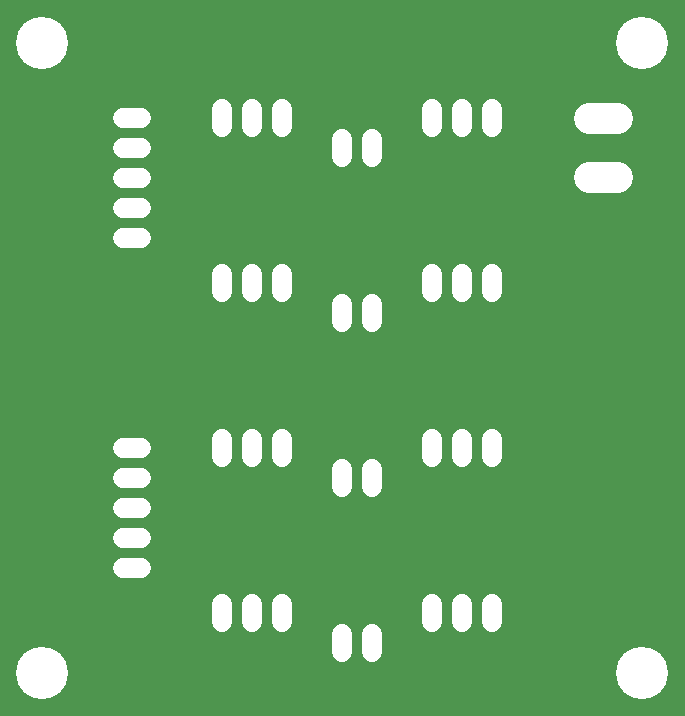
<source format=gbr>
G04 EAGLE Gerber RS-274X export*
G75*
%MOMM*%
%FSLAX34Y34*%
%LPD*%
%INSoldermask Bottom*%
%IPNEG*%
%AMOC8*
5,1,8,0,0,1.08239X$1,22.5*%
G01*
%ADD10C,2.583200*%
%ADD11C,1.727200*%
%ADD12C,4.419200*%


D10*
X587900Y660000D02*
X564100Y660000D01*
X564100Y610000D02*
X587900Y610000D01*
D11*
X355600Y627380D02*
X355600Y642620D01*
X381000Y642620D02*
X381000Y627380D01*
X355600Y502920D02*
X355600Y487680D01*
X381000Y487680D02*
X381000Y502920D01*
X355600Y363220D02*
X355600Y347980D01*
X381000Y347980D02*
X381000Y363220D01*
X185420Y660400D02*
X170180Y660400D01*
X170180Y635000D02*
X185420Y635000D01*
X185420Y609600D02*
X170180Y609600D01*
X170180Y584200D02*
X185420Y584200D01*
X185420Y558800D02*
X170180Y558800D01*
X170180Y381000D02*
X185420Y381000D01*
X185420Y355600D02*
X170180Y355600D01*
X170180Y330200D02*
X185420Y330200D01*
X185420Y304800D02*
X170180Y304800D01*
X170180Y279400D02*
X185420Y279400D01*
X254000Y652780D02*
X254000Y668020D01*
X279400Y668020D02*
X279400Y652780D01*
X304800Y652780D02*
X304800Y668020D01*
X431800Y668020D02*
X431800Y652780D01*
X457200Y652780D02*
X457200Y668020D01*
X482600Y668020D02*
X482600Y652780D01*
X254000Y528320D02*
X254000Y513080D01*
X279400Y513080D02*
X279400Y528320D01*
X304800Y528320D02*
X304800Y513080D01*
X431800Y513080D02*
X431800Y528320D01*
X457200Y528320D02*
X457200Y513080D01*
X482600Y513080D02*
X482600Y528320D01*
X254000Y388620D02*
X254000Y373380D01*
X279400Y373380D02*
X279400Y388620D01*
X304800Y388620D02*
X304800Y373380D01*
X431800Y373380D02*
X431800Y388620D01*
X457200Y388620D02*
X457200Y373380D01*
X482600Y373380D02*
X482600Y388620D01*
X254000Y248920D02*
X254000Y233680D01*
X279400Y233680D02*
X279400Y248920D01*
X304800Y248920D02*
X304800Y233680D01*
X431800Y233680D02*
X431800Y248920D01*
X457200Y248920D02*
X457200Y233680D01*
X482600Y233680D02*
X482600Y248920D01*
X355600Y223520D02*
X355600Y208280D01*
X381000Y208280D02*
X381000Y223520D01*
D12*
X609600Y723900D03*
X609600Y190500D03*
X101600Y190500D03*
X101600Y723900D03*
M02*

</source>
